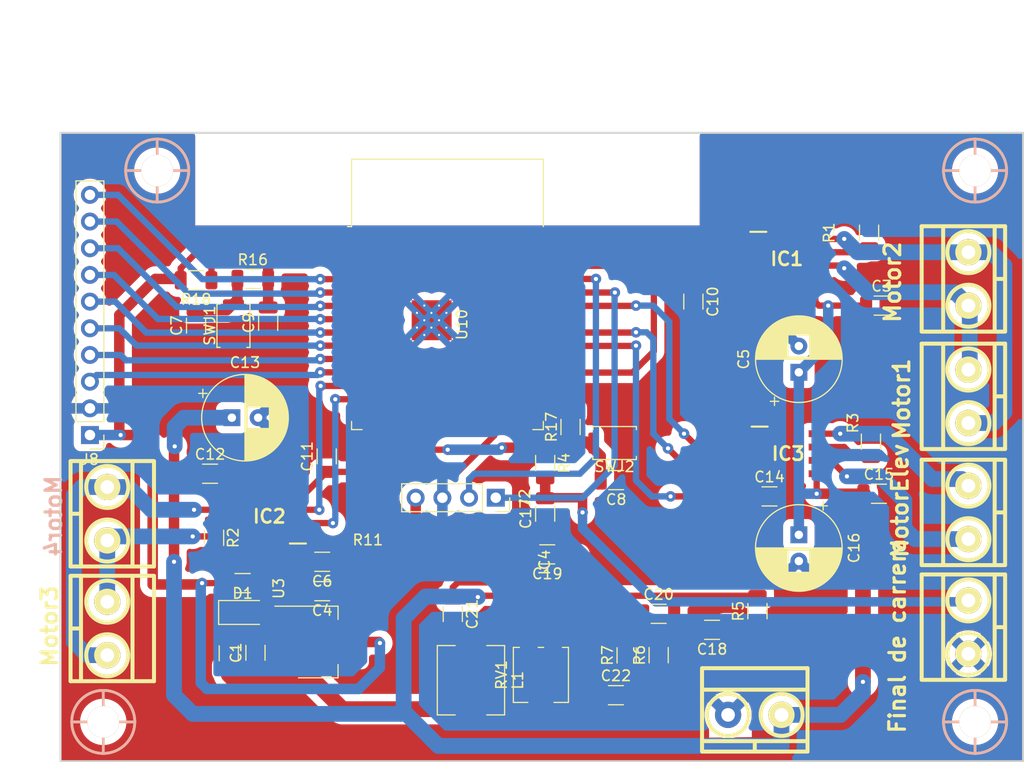
<source format=kicad_pcb>
(kicad_pcb (version 20221018) (generator pcbnew)
  (layers (0 "F.Cu" signal) (31 "B.Cu" signal) (34 "B.Paste" user) (35 "F.Paste" user) (36 "B.SilkS" user "B.Silkscreen") (37 "F.SilkS" user "F.Silkscreen") (38 "B.Mask" user) (39 "F.Mask" user) (44 "Edge.Cuts" user))
  (net 0 "")
  (net 1 "GND")
  (net 2 "/Vin")
  (net 3 "/3V3")
  (net 4 "Net-(SWJ1-B)")
  (net 5 "Net-(SWJ2-B)")
  (net 6 "/EN")
  (net 7 "Net-(J11-Pin_1)")
  (net 8 "Net-(D1-A)")
  (net 9 "/EnA")
  (net 10 "/EnB")
  (net 11 "/EN Elev")
  (net 12 "Net-(IC1-OUT2)")
  (net 13 "Net-(IC1-OUT1)")
  (net 14 "Net-(IC1-RS)")
  (net 15 "/IN3")
  (net 16 "/IN4")
  (net 17 "Net-(IC2-OUT1)")
  (net 18 "Net-(IC2-RS)")
  (net 19 "Net-(IC2-OUT2)")
  (net 20 "/IN5")
  (net 21 "/IN6")
  (net 22 "Net-(IC3-OUT1)")
  (net 23 "Net-(IC3-RS)")
  (net 24 "Net-(IC3-OUT2)")
  (net 25 "/RXD0")
  (net 26 "/TXD0")
  (net 27 "/Sen1")
  (net 28 "/Sen2")
  (net 29 "/Sen3")
  (net 30 "/Sen4")
  (net 31 "/Sen5")
  (net 32 "/Sen6")
  (net 33 "/Sen7")
  (net 34 "/FC")
  (net 35 "/BOOT")
  (net 36 "/IN2")
  (net 37 "/IN1")
  (net 48 "/Sen8")
  (net 51 "/5V")
  (net 52 "Net-(IC4-SS)")
  (net 53 "Net-(IC4-COMP)")
  (net 54 "Net-(C20-Pad2)")
  (net 55 "Net-(IC4-BS)")
  (net 56 "Net-(IC4-SW)")
  (net 57 "Net-(IC4-EN)")
  (net 58 "Net-(IC4-FB)")
  (footprint "Capacitor_SMD:C_1206_3216Metric" (layer "F.Cu") (at 135.4475 64.389 90)
    (fp_text reference "C9")
    (fp_text value "0.1u")
  )
  (footprint "EESTN5:hole_3mm" (layer "F.Cu") (at 119.761 102.362)
    (fp_text reference "hole_3mm" hide)
    (fp_text value "VAL**" hide)
  )
  (footprint "Resistor_SMD:R_1206_3216Metric" (layer "F.Cu") (at 192.6082 55.8038 90)
    (fp_text reference "R1")
    (fp_text value "0.22")
  )
  (footprint "Connector_PinHeader_2.54mm:PinHeader_1x10_P2.54mm_Vertical" (layer "F.Cu") (at 118.491 75.057 180)
    (fp_text reference "J8")
    (fp_text value "Screw_Terminal_01x10")
  )
  (footprint "Resistor_SMD:R_1206_3216Metric" (layer "F.Cu") (at 192.786 75.692 90)
    (fp_text reference "R3")
    (fp_text value "0.22")
  )
  (footprint "Resistor_SMD:R_1206_3216Metric" (layer "F.Cu") (at 164.211 74.295 90)
    (fp_text reference "R17")
    (fp_text value "100k")
  )
  (footprint "Capacitor_SMD:C_1206_3216Metric" (layer "F.Cu") (at 131.699 95.835 90)
    (fp_text reference "C2" hide)
    (fp_text value "0.1u")
  )
  (footprint "Capacitor_SMD:C_1206_3216Metric" (layer "F.Cu") (at 172.593 92.075)
    (fp_text reference "C20")
    (fp_text value "4.8n")
  )
  (footprint "EESTN5:BORNERA2_AZUL" (layer "F.Cu") (at 120.142 82.55 -90)
    (fp_text reference "J6" hide)
    (fp_text value "Motor4")
  )
  (footprint "EESTN5:BORNERA2_AZUL" (layer "F.Cu") (at 202.057 71.374 90)
    (fp_text reference "J4" hide)
    (fp_text value "Motor1")
  )
  (footprint "LibraryPERSONALES:SOIC127P600X170-9N" (layer "F.Cu") (at 135.5598 82.804 180)
    (fp_text reference "IC2")
    (fp_text value "TB67H450AFNG,EL" hide)
  )
  (footprint "Capacitor_SMD:C_1206_3216Metric" (layer "F.Cu") (at 193.548 80.645)
    (fp_text reference "C15")
    (fp_text value "0.1u")
  )
  (footprint "EESTN5:BORNERA2_AZUL" (layer "F.Cu") (at 202.057 82.423 90)
    (fp_text reference "J7" hide)
    (fp_text value "MotorElev")
  )
  (footprint "EESTN5:hole_3mm" (layer "F.Cu") (at 202.692 102.362)
    (fp_text reference "hole_3mm" hide)
    (fp_text value "VAL**" hide)
  )
  (footprint "Capacitor_SMD:C_1206_3216Metric" (layer "F.Cu") (at 161.9978 86.4176 180)
    (fp_text reference "C19")
    (fp_text value "0.1u")
  )
  (footprint "Resistor_SMD:R_1206_3216Metric" (layer "F.Cu") (at 130.302 84.836 -90)
    (fp_text reference "R2")
    (fp_text value "0.22")
  )
  (footprint "Button_Switch_SMD:SW_Push_SPST_NO_Alps_SKRK" (layer "F.Cu") (at 132.1455 64.643 90)
    (fp_text reference "SWJ1")
    (fp_text value "SW_MEC_5G")
  )
  (footprint "LibraryPERSONALES:SO8-TH" (layer "F.Cu") (at 160.4738 90.9896 -90)
    (fp_text reference "IC4")
    (fp_text value "MP2307")
  )
  (footprint "Resistor_SMD:R_1206_3216Metric" (layer "F.Cu") (at 161.798 77.724 -90)
    (fp_text reference "R4")
    (fp_text value "100k")
  )
  (footprint "Capacitor_SMD:C_1206_3216Metric" (layer "F.Cu") (at 175.895 62.357 -90)
    (fp_text reference "C10")
    (fp_text value "0.1u")
  )
  (footprint "Capacitor_SMD:C_1206_3216Metric" (layer "F.Cu") (at 134.239 95.786 90)
    (fp_text reference "C1")
    (fp_text value "10u")
  )
  (footprint "LibraryPERSONALES:SOIC127P600X170-9N" (layer "F.Cu") (at 184.785 58.293)
    (fp_text reference "IC1")
    (fp_text value "TB67H450AFNG,EL" hide)
  )
  (footprint "EESTN5:BORNERA2_AZUL" (layer "F.Cu") (at 202.057 60.198 90)
    (fp_text reference "J3" hide)
    (fp_text value "Motor2")
  )
  (footprint "Capacitor_SMD:C_1206_3216Metric" (layer "F.Cu") (at 168.529 99.822)
    (fp_text reference "C22")
    (fp_text value "12u")
  )
  (footprint "Capacitor_SMD:C_1206_3216Metric" (layer "F.Cu") (at 128.5895 64.643 90)
    (fp_text reference "C7")
    (fp_text value "0.1u")
  )
  (footprint "Capacitor_SMD:C_1206_3216Metric" (layer "F.Cu") (at 129.921 78.74)
    (fp_text reference "C12")
    (fp_text value "0.1u")
  )
  (footprint "EESTN5:BORNERA2_AZUL" (layer "F.Cu") (at 202.057 93.345 90)
    (fp_text reference "J11" hide)
    (fp_text value "Final de carrera")
  )
  (footprint "Resistor_SMD:R_1206_3216Metric" (layer "F.Cu") (at 172.593 96.012 90)
    (fp_text reference "R6")
    (fp_text value "8.2k")
  )
  (footprint "Inductor_SMD:L_6.3x6.3_H3" (layer "F.Cu") (at 154.7368 98.3996 -90)
    (fp_text reference "L1")
    (fp_text value "2u")
  )
  (footprint "Capacitor_SMD:C_1206_3216Metric" (layer "F.Cu") (at 183.134 80.899)
    (fp_text reference "C14")
    (fp_text value "0.1u" hide)
  )
  (footprint "Capacitor_SMD:C_1206_3216Metric" (layer "F.Cu") (at 140.589 89.916 180)
    (fp_text reference "C4")
    (fp_text value "0.1u")
  )
  (footprint "RF_Module:ESP32-WROOM-32D" (layer "F.Cu") (at 152.5 64.662)
    (fp_text reference "U10")
    (fp_text value "ESP32-WROOM-32")
  )
  (footprint "Resistor_SMD:R_1206_3216Metric" (layer "F.Cu") (at 133.985 60.198)
    (fp_text reference "R16")
    (fp_text value "100k")
  )
  (footprint "Capacitor_THT:CP_Radial_D8.0mm_P2.50mm" (layer "F.Cu") (at 185.928 84.5566 -90)
    (fp_text reference "C16")
    (fp_text value "100u")
  )
  (footprint "Capacitor_SMD:C_1206_3216Metric" (layer "F.Cu") (at 141.015 77.089 90)
    (fp_text reference "C11")
    (fp_text value "0.1u")
  )
  (footprint "Capacitor_SMD:C_1206_3216Metric" (layer "F.Cu") (at 168.5526 79.3496 180)
    (fp_text reference "C8")
    (fp_text value "0.1u")
  )
  (footprint "EESTN5:hole_3mm" (layer "F.Cu") (at 124.8918 49.8856)
    (fp_text reference "hole_3mm" hide)
    (fp_text value "VAL**" hide)
  )
  (footprint "Package_TO_SOT_SMD:SOT-223-3_TabPin2" (layer "F.Cu") (at 140.183 94.756)
    (fp_text reference "U3")
    (fp_text value "AMS1117-3.3")
  )
  (footprint "Resistor_SMD:R_1206_3216Metric" (layer "F.Cu") (at 133.018 89.154)
    (fp_text reference "R11")
    (fp_text value "5.1k")
  )
  (footprint "Resistor_SMD:R_1206_3216Metric" (layer "F.Cu") (at 169.545 96.0295 90)
    (fp_text reference "R7")
    (fp_text value "8.2k")
  )
  (footprint "EESTN5:hole_3mm" (layer "F.Cu") (at 202.692 49.8856)
    (fp_text reference "hole_3mm" hide)
    (fp_text value "VAL**" hide)
  )
  (footprint "Capacitor_THT:CP_Radial_D8.0mm_P2.50mm" (layer "F.Cu") (at 185.928 69.088 90)
    (fp_text reference "C5")
    (fp_text value "100u")
  )
  (footprint "LED_SMD:LED_1206_3216Metric" (layer "F.Cu") (at 133.018 91.948)
    (fp_text reference "D1")
    (fp_text value "LED")
  )
  (footprint "Capacitor_THT:CP_Radial_D8.0mm_P2.50mm" (layer "F.Cu") (at 131.993 73.406)
    (fp_text reference "C13")
    (fp_text value "100u")
  )
  (footprint "Capacitor_SMD:C_1206_3216Metric" (layer "F.Cu") (at 140.589 87.122 180)
    (fp_text reference "C6")
    (fp_text value "10u")
  )
  (footprint "EESTN5:BORNERA2_AZUL" (layer "F.Cu") (at 181.737 101.69525)
    (fp_text reference "J1" hide)
    (fp_text value "Alimentacion 12V" hide)
  )
  (footprint "Potentiometer_SMD:Potentiometer_Vishay_TS53YJ_Vertical" (layer "F.Cu") (at 161.3916 97.8916 90)
    (fp_text reference "RV1")
    (fp_text value "220k")
  )
  (footprint "Button_Switch_SMD:SW_Push_SPST_NO_Alps_SKRK" (layer "F.Cu") (at 168.402 75.819 180)
    (fp_text reference "SWJ2")
    (fp_text value "SW_MEC_5G")
  )
  (footprint "Capacitor_SMD:C_1206_3216Metric" (layer "F.Cu") (at 193.802 62.738)
    (fp_text reference "C3")
    (fp_text value "0.1u")
  )
  (footprint "Resistor_SMD:R_1206_3216Metric" (layer "F.Cu") (at 128.5895 60.325 180)
    (fp_text reference "R18")
    (fp_text value "10k")
  )
  (footprint "LibraryPERSONALES:SOIC127P600X170-9N" (layer "F.Cu") (at 184.912 76.835)
    (fp_text reference "IC3")
    (fp_text value "TB67H450AFNG,EL" hide)
  )
  (footprint "Resistor_SMD:R_1206_3216Metric" (layer "F.Cu") (at 181.991 91.821 90)
    (fp_text reference "R5")
    (fp_text value "100k")
  )
  (footprint "Capacitor_SMD:C_1206_3216Metric" (layer "F.Cu") (at 153.0096 92.0986 -90)
    (fp_text reference "C21")
    (fp_text value "10n")
  )
  (footprint "EESTN5:BORNERA2_AZUL" (layer "F.Cu") (at 120.142 93.472 -90)
    (fp_text reference "J5" hide)
    (fp_text value "Motor3")
  )
  (footprint "Capacitor_SMD:C_1206_3216Metric" (layer "F.Cu") (at 161.798 82.55 90)
    (fp_text reference "C17")
    (fp_text value "0.1u")
  )
  (footprint "Capacitor_SMD:C_1206_3216Metric" (layer "F.Cu") (at 177.673 93.599 180)
    (fp_text reference "C18")
    (fp_text value "12u")
  )
  (footprint "Connector_PinSocket_2.54mm:PinSocket_1x04_P2.54mm_Vertical" (layer "F.Cu") (at 157.099 81.026 -90)
    (fp_text reference "J2")
    (fp_text value "UART")
  )
  (gr_rect (start 115.697 46.2915) (end 207.264 106.1085) (stroke (width 0.2)) (fill none) (layer "Edge.Cuts"))
  (segment (start 187.624 80.645) (end 187.624 78.74) (width 0.6) (layer "F.Cu") (net 2))
  (segment (start 192.024 98.552) (end 192.024 93.345) (width 1.5) (layer "F.Cu") (net 2))
  (segment (start 187.624 80.645) (end 192.024 80.645) (width 1) (layer "F.Cu") (net 2))
  (segment (start 126.492 78.994) (end 126.492 87.122) (width 1) (layer "F.Cu") (net 2))
  (segment (start 192.024 93.345) (end 192.024 80.645) (width 1.5) (layer "F.Cu") (net 2))
  (segment (start 187.833 62.738) (end 187.497 62.402) (width 0.6) (layer "F.Cu") (net 2))
  (segment (start 181.991 93.2835) (end 182.0525 93.345) (width 1) (layer "F.Cu") (net 2))
  (segment (start 188.722 62.738) (end 192.327 62.738) (width 0.6) (layer "F.Cu") (net 2))
  (segment (start 126.492 76.2) (end 126.492 78.994) (width 1) (layer "F.Cu") (net 2))
  (segment (start 187.497 60.198) (end 187.37 60.198) (width 0.6) (layer "F.Cu") (net 2))
  (segment (start 187.497 62.402) (end 187.497 60.198) (width 0.6) (layer "F.Cu") (net 2))
  (segment (start 157.8738 90.3546) (end 155.5208 90.3546) (width 0.6) (layer "F.Cu") (net 2))
  (segment (start 179.148 93.599) (end 191.77 93.599) (width 1.5) (layer "F.Cu") (net 2))
  (segment (start 155.5208 90.3546) (end 155.3938 90.4816) (width 0.6) (layer "F.Cu") (net 2))
  (segment (start 128.192 78.994) (end 128.446 78.74) (width 1) (layer "F.Cu") (net 2))
  (segment (start 188.722 62.738) (end 187.833 62.738) (width 0.6) (layer "F.Cu") (net 2))
  (segment (start 128.446 79.502) (end 128.446 78.74) (width 0.6) (layer "F.Cu") (net 2))
  (segment (start 126.492 78.994) (end 128.192 78.994) (width 1) (layer "F.Cu") (net 2))
  (segment (start 132.8478 80.899) (end 132.5938 80.645) (width 0.6) (layer "F.Cu") (net 2))
  (segment (start 132.5938 80.645) (end 129.589 80.645) (width 0.6) (layer "F.Cu") (net 2))
  (segment (start 129.589 80.645) (end 128.446 79.502) (width 0.6) (layer "F.Cu") (net 2))
  (via (at 192.024 98.552) (size 1) (drill 0.4) (layers "F.Cu" "B.Cu") (net 2))
  (via (at 155.3938 90.4816) (size 1) (drill 0.4) (layers "F.Cu" "B.Cu") (net 2))
  (via (at 187.624 80.645) (size 1) (drill 0.4) (layers "F.Cu" "B.Cu") (net 2))
  (via (at 126.5555 76.1365) (size 1) (drill 0.4) (layers "F.Cu" "B.Cu") (net 2))
  (via (at 126.492 87.122) (size 1) (drill 0.4) (layers "F.Cu" "B.Cu") (net 2))
  (via (at 188.722 62.738) (size 1) (drill 0.4) (layers "F.Cu" "B.Cu") (net 2))
  (segment (start 126.5555 74.2765) (end 127.426 73.406) (width 1.5) (layer "B.Cu") (net 2))
  (segment (start 184.277 101.69525) (end 184.277 104.648) (width 1.5) (layer "B.Cu") (net 2))
  (segment (start 188.722 62.738) (end 188.722 66.294) (width 1) (layer "B.Cu") (net 2))
  (segment (start 151.638 104.648) (end 148.336 101.346) (width 1.5) (layer "B.Cu") (net 2))
  (segment (start 192.024 98.552) (end 192.024 99.568) (width 1.5) (layer "B.Cu") (net 2))
  (segment (start 127.426 73.406) (end 131.993 73.406) (width 1.5) (layer "B.Cu") (net 2))
  (segment (start 192.024 99.568) (end 189.89675 101.69525) (width 1.5) (layer "B.Cu") (net 2))
  (segment (start 184.277 104.648) (end 151.638 104.648) (width 1.5) (layer "B.Cu") (net 2))
  (segment (start 187.624 80.645) (end 186.182 80.645) (width 1) (layer "B.Cu") (net 2))
  (segment (start 126.5555 76.1365) (end 126.5555 74.2765) (width 1.5) (layer "B.Cu") (net 2))
  (segment (start 189.89675 101.69525) (end 184.277 101.69525) (width 1.5) (layer "B.Cu") (net 2))
  (segment (start 150.412 90.4308) (end 155.343 90.4308) (width 1.5) (layer "B.Cu") (net 2))
  (segment (start 150.412 90.4308) (end 148.336 92.5068) (width 1.5) (layer "B.Cu") (net 2))
  (segment (start 128.27 101.6) (end 148.082 101.6) (width 1.5) (layer "B.Cu") (net 2))
  (segment (start 148.336 92.5068) (end 148.336 101.346) (width 1.5) (layer "B.Cu") (net 2))
  (segment (start 185.928 84.5566) (end 185.928 69.088) (width 1) (layer "B.Cu") (net 2))
  (segment (start 155.343 90.4308) (end 155.3938 90.4816) (width 1.5) (layer "B.Cu") (net 2))
  (segment (start 148.082 101.6) (end 148.336 101.346) (width 1.5) (layer "B.Cu") (net 2))
  (segment (start 126.492 99.822) (end 128.27 101.6) (width 1.5) (layer "B.Cu") (net 2))
  (segment (start 126.492 87.122) (end 126.492 99.822) (width 1.5) (layer "B.Cu") (net 2))
  (segment (start 188.722 66.294) (end 185.928 69.088) (width 1) (layer "B.Cu") (net 2))
  (segment (start 185.8518 69.1642) (end 185.928 69.088) (width 1) (layer "B.Cu") (net 2))
  (segment (start 127.127 60.325) (end 127.127 59.182) (width 0.6) (layer "F.Cu") (net 3))
  (segment (start 137.033 94.756) (end 143.333 94.756) (width 1) (layer "F.Cu") (net 3))
  (segment (start 128.627 57.682) (end 143.75 57.682) (width 0.6) (layer "F.Cu") (net 3))
  (segment (start 124.714 60.198) (end 127 60.198) (width 1) (layer "F.Cu") (net 3))
  (segment (start 127.127 59.182) (end 128.627 57.682) (width 0.6) (layer "F.Cu") (net 3))
  (segment (start 149.479 84.963) (end 147.32 87.122) (width 1) (layer "F.Cu") (net 3))
  (segment (start 124.46 76.073) (end 124.46 89.281) (width 1) (layer "F.Cu") (net 3))
  (segment (start 123.444 75.057) (end 124.46 76.073) (width 1) (layer "F.Cu") (net 3))
  (segment (start 121.285 63.627) (end 124.714 60.198) (width 1) (layer "F.Cu") (net 3))
  (segment (start 121.412 75.057) (end 123.444 75.057) (width 1) (layer "F.Cu") (net 3))
  (segment (start 143.333 94.756) (end 145.9742 94.756) (width 1) (layer "F.Cu") (net 3))
  (segment (start 147.32 87.122) (end 142.064 87.122) (width 1) (layer "F.Cu") (net 3))
  (segment (start 129.159 89.154) (end 131.5555 89.154) (width 0.6) (layer "F.Cu") (net 3))
  (segment (start 143.333 94.756) (end 143.333 91.185) (width 1) (layer "F.Cu") (net 3))
  (segment (start 121.412 75.057) (end 121.285 74.93) (width 1) (layer "F.Cu") (net 3))
  (segment (start 145.9742 94.756) (end 146.0758 94.8576) (width 1) (layer "F.Cu") (net 3))
  (segment (start 143.333 91.185) (end 142.064 89.916) (width 1) (layer "F.Cu") (net 3))
  (segment (start 149.479 81.026) (end 149.479 84.963) (width 1) (layer "F.Cu") (net 3))
  (segment (start 127 60.198) (end 127.127 60.325) (width 0.6) (layer "F.Cu") (net 3))
  (segment (start 129.032 89.281) (end 129.159 89.154) (width 1) (layer "F.Cu") (net 3))
  (segment (start 124.46 89.281) (end 129.032 89.281) (width 1) (layer "F.Cu") (net 3))
  (segment (start 121.285 74.93) (end 121.285 63.627) (width 1) (layer "F.Cu") (net 3))
  (segment (start 142.064 87.122) (end 142.064 89.916) (width 0.6) (layer "F.Cu") (net 3))
  (via (at 129.159 89.154) (size 1) (drill 0.4) (layers "F.Cu" "B.Cu") (net 3))
  (via (at 121.412 75.057) (size 1) (drill 0.4) (layers "F.Cu" "B.Cu") (net 3))
  (via (at 146.0758 94.8576) (size 1) (drill 0.4) (layers "F.Cu" "B.Cu") (net 3))
  (segment (start 144.0438 99.2264) (end 146.0758 97.1944) (width 1) (layer "B.Cu") (net 3))
  (segment (start 129.032 98.6418) (end 129.6166 99.2264) (width 1) (layer "B.Cu") (net 3))
  (segment (start 146.0758 97.1944) (end 146.0758 94.8576) (width 1) (layer "B.Cu") (net 3))
  (segment (start 121.412 75.057) (end 118.491 75.057) (width 1) (layer "B.Cu") (net 3))
  (segment (start 129.032 89.281) (end 129.032 98.6418) (width 1) (layer "B.Cu") (net 3))
  (segment (start 129.6166 99.2264) (end 144.0438 99.2264) (width 1) (layer "B.Cu") (net 3))
  (segment (start 129.159 89.154) (end 129.032 89.281) (width 1) (layer "B.Cu") (net 3))
  (segment (start 132.5225 60.198) (end 132.5225 62.166) (width 1) (layer "F.Cu") (net 4))
  (segment (start 128.5895 63.168) (end 131.5205 63.168) (width 1) (layer "F.Cu") (net 4))
  (segment (start 131.5205 63.168) (end 132.1455 62.543) (width 1) (layer "F.Cu") (net 4))
  (segment (start 132.5225 62.166) (end 132.1455 62.543) (width 1) (layer "F.Cu") (net 4))
  (segment (start 164.1856 75.7321) (end 164.2257 75.692) (width 1) (layer "F.Cu") (net 5))
  (segment (start 165.726 75.692) (end 167.0776 77.0436) (width 1) (layer "F.Cu") (net 5))
  (segment (start 167.0776 77.0436) (end 167.0776 79.3496) (width 1) (layer "F.Cu") (net 5))
  (segment (start 164.2257 75.692) (end 165.726 75.692) (width 1) (layer "F.Cu") (net 5))
  (segment (start 135.4475 60.198) (end 135.4475 58.8625) (width 1) (layer "F.Cu") (net 6))
  (segment (start 130.052 59.059) (end 130.052 60.325) (width 0.6) (layer "F.Cu") (net 6))
  (segment (start 143.75 58.952) (end 143.472 58.674) (width 0.6) (layer "F.Cu") (net 6))
  (segment (start 135.636 58.674) (end 135.128 58.674) (width 0.6) (layer "F.Cu") (net 6))
  (segment (start 130.429 58.674) (end 130.048 59.055) (width 0.6) (layer "F.Cu") (net 6))
  (segment (start 143.472 58.674) (end 136.783 58.674) (width 0.6) (layer "F.Cu") (net 6))
  (segment (start 136.783 58.674) (end 135.636 58.674) (width 0.6) (layer "F.Cu") (net 6))
  (segment (start 135.4475 62.914) (end 135.4475 60.198) (width 1) (layer "F.Cu") (net 6))
  (segment (start 135.128 58.674) (end 130.429 58.674) (width 0.6) (layer "F.Cu") (net 6))
  (segment (start 130.048 59.055) (end 130.052 59.059) (width 0.6) (layer "F.Cu") (net 6))
  (segment (start 161.798 79.1865) (end 161.798 81.075) (width 1) (layer "F.Cu") (net 7))
  (segment (start 161.847 81.026) (end 161.798 81.075) (width 0.9) (layer "F.Cu") (net 7))
  (segment (start 165.354 81.026) (end 161.847 81.026) (width 0.9) (layer "F.Cu") (net 7))
  (segment (start 165.354 82.423) (end 165.354 81.026) (width 0.9) (layer "F.Cu") (net 7))
  (via (at 165.354 82.423) (size 1) (drill 0.4) (layers "F.Cu" "B.Cu") (net 7))
  (segment (start 172.339 90.932) (end 201.93 90.932) (width 0.9) (layer "B.Cu") (net 7))
  (segment (start 165.354 82.423) (end 165.354 83.947) (width 0.9) (layer "B.Cu") (net 7))
  (segment (start 201.93 90.932) (end 202.057 90.805) (width 0.9) (layer "B.Cu") (net 7))
  (segment (start 165.354 83.947) (end 172.339 90.932) (width 0.9) (layer "B.Cu") (net 7))
  (segment (start 134.418 91.948) (end 134.418 89.2165) (width 1) (layer "F.Cu") (net 8))
  (segment (start 134.418 89.2165) (end 134.4805 89.154) (width 1) (layer "F.Cu") (net 8))
  (segment (start 172.1358 67.0814) (end 172.1358 61.1632) (width 0.6) (layer "F.Cu") (net 9))
  (segment (start 173.101 60.198) (end 182.073 60.198) (width 0.6) (layer "F.Cu") (net 9))
  (segment (start 161.25 69.112) (end 170.1052 69.112) (width 0.6) (layer "F.Cu") (net 9))
  (segment (start 170.1052 69.112) (end 172.1358 67.0814) (width 0.6) (layer "F.Cu") (net 9))
  (segment (start 172.1358 61.1632) (end 173.101 60.198) (width 0.6) (layer "F.Cu") (net 9))
  (segment (start 153.488 78.564) (end 156.95 75.102) (width 0.6) (layer "F.Cu") (net 10))
  (segment (start 156.95 75.102) (end 156.95 74.172) (width 0.6) (layer "F.Cu") (net 10))
  (segment (start 141.015 78.564) (end 153.488 78.564) (width 0.6) (layer "F.Cu") (net 10))
  (segment (start 138.2718 80.899) (end 138.68 80.899) (width 0.6) (layer "F.Cu") (net 10))
  (segment (start 138.68 80.899) (end 141.015 78.564) (width 0.6) (layer "F.Cu") (net 10))
  (segment (start 170.41 66.572) (end 161.25 66.572) (width 0.6) (layer "F.Cu") (net 11))
  (segment (start 180.467 78.74) (end 180.467 80.645) (width 0.6) (layer "F.Cu") (net 11))
  (segment (start 170.434 66.548) (end 170.41 66.572) (width 0.6) (layer "F.Cu") (net 11))
  (segment (start 180.721 80.899) (end 181.659 80.899) (width 0.6) (layer "F.Cu") (net 11))
  (segment (start 173.7255 80.899) (end 181.659 80.899) (width 0.6) (layer "F.Cu") (net 11))
  (segment (start 180.467 80.645) (end 180.721 80.899) (width 0.6) (layer "F.Cu") (net 11))
  (segment (start 182.2 78.74) (end 180.467 78.74) (width 0.6) (layer "F.Cu") (net 11))
  (via (at 173.7255 80.899) (size 1) (drill 0.4) (layers "F.Cu" "B.Cu") (net 11))
  (via (at 170.434 66.548) (size 1) (drill 0.4) (layers "F.Cu" "B.Cu") (net 11))
  (segment (start 170.434 79.375) (end 170.434 66.548) (width 0.6) (layer "B.Cu") (net 11))
  (segment (start 173.7255 80.899) (end 171.958 80.899) (width 0.6) (layer "B.Cu") (net 11))
  (segment (start 171.958 80.899) (end 170.434 79.375) (width 0.6) (layer "B.Cu") (net 11))
  (segment (start 190.246 56.388) (end 187.497 56.388) (width 0.6) (layer "F.Cu") (net 12))
  (via (at 190.246 56.388) (size 1) (drill 0.4) (layers "F.Cu" "B.Cu") (net 12))
  (segment (start 204.216 57.658) (end 202.057 57.658) (width 1.5) (layer "B.Cu") (net 12))
  (segment (start 202.057 57.658) (end 191.516 57.658) (width 1.5) (layer "B.Cu") (net 12))
  (segment (start 204.47 73.914) (end 205.486 72.898) (width 1.5) (layer "B.Cu") (net 12))
  (segment (start 205.486 58.928) (end 204.216 57.658) (width 1.5) (layer "B.Cu") (net 12))
  (segment (start 202.057 73.914) (end 204.47 73.914) (width 1.5) (layer "B.Cu") (net 12))
  (segment (start 191.516 57.658) (end 190.246 56.388) (width 1.5) (layer "B.Cu") (net 12))
  (segment (start 205.486 72.898) (end 205.486 58.928) (width 1.5) (layer "B.Cu") (net 12))
  (segment (start 190.246 59.182) (end 189.992 58.928) (width 0.6) (layer "F.Cu") (net 13))
  (segment (start 189.992 58.928) (end 187.497 58.928) (width 0.6) (layer "F.Cu") (net 13))
  (via (at 190.246 59.182) (size 1) (drill 0.4) (layers "F.Cu" "B.Cu") (net 13))
  (segment (start 202.184 62.865) (end 202.057 62.738) (width 1.5) (layer "B.Cu") (net 13))
  (segment (start 192.532 61.468) (end 200.787 61.468) (width 1.5) (layer "B.Cu") (net 13))
  (segment (start 200.787 61.468) (end 202.057 62.738) (width 1.5) (layer "B.Cu") (net 13))
  (segment (start 202.057 68.834) (end 202.184 68.707) (width 1.5) (layer "B.Cu") (net 13))
  (segment (start 190.246 59.182) (end 192.532 61.468) (width 1.5) (layer "B.Cu") (net 13))
  (segment (start 202.184 68.707) (end 202.184 62.865) (width 1.5) (layer "B.Cu") (net 13))
  (segment (start 192.2165 57.658) (end 192.6082 57.2663) (width 0.6) (layer "F.Cu") (net 14))
  (segment (start 187.497 57.658) (end 192.2165 57.658) (width 0.6) (layer "F.Cu") (net 14))
  (segment (start 141.605 83.439) (end 138.2718 83.439) (width 0.6) (layer "F.Cu") (net 15))
  (segment (start 141.8336 71.652) (end 143.75 71.652) (width 0.6) (layer "F.Cu") (net 15))
  (via (at 141.8336 71.652) (size 1) (drill 0.4) (layers "F.Cu" "B.Cu") (net 15))
  (via (at 141.605 83.439) (size 1) (drill 0.4) (layers "F.Cu" "B.Cu") (net 15))
  (segment (start 141.8336 83.2104) (end 141.8336 71.652) (width 0.6) (layer "B.Cu") (net 15))
  (segment (start 141.605 83.439) (end 141.8336 83.2104) (width 0.6) (layer "B.Cu") (net 15))
  (segment (start 140.3096 82.169) (end 138.2718 82.169) (width 0.6) (layer "F.Cu") (net 16))
  (segment (start 140.438 70.382) (end 143.75 70.382) (width 0.6) (layer "F.Cu") (net 16))
  (via (at 140.3096 82.169) (size 1) (drill 0.4) (layers "F.Cu" "B.Cu") (net 16))
  (via (at 140.438 70.382) (size 1) (drill 0.4) (layers "F.Cu" "B.Cu") (net 16))
  (segment (start 140.438 70.382) (end 140.3096 70.5104) (width 0.6) (layer "B.Cu") (net 16))
  (segment (start 140.3096 70.5104) (end 140.3096 82.169) (width 0.6) (layer "B.Cu") (net 16))
  (segment (start 132.8478 82.169) (end 128.397 82.169) (width 0.6) (layer "F.Cu") (net 17))
  (via (at 128.397 82.169) (size 1) (drill 0.4) (layers "F.Cu" "B.Cu") (net 17))
  (segment (start 120.142 80.01) (end 122.174 80.01) (width 1.5) (layer "B.Cu") (net 17))
  (segment (start 116.967 94.742) (end 116.967 80.772) (width 1.5) (layer "B.Cu") (net 17))
  (segment (start 116.967 80.772) (end 117.729 80.01) (width 1.5) (layer "B.Cu") (net 17))
  (segment (start 120.142 96.012) (end 118.237 96.012) (width 1.5) (layer "B.Cu") (net 17))
  (segment (start 118.237 96.012) (end 116.967 94.742) (width 1.5) (layer "B.Cu") (net 17))
  (segment (start 124.333 82.169) (end 128.397 82.169) (width 1.5) (layer "B.Cu") (net 17))
  (segment (start 117.729 80.01) (end 120.142 80.01) (width 1.5) (layer "B.Cu") (net 17))
  (segment (start 122.174 80.01) (end 124.333 82.169) (width 1.5) (layer "B.Cu") (net 17))
  (segment (start 130.3675 83.439) (end 130.302 83.3735) (width 0.6) (layer "F.Cu") (net 18))
  (segment (start 132.8478 83.439) (end 130.3675 83.439) (width 0.6) (layer "F.Cu") (net 18))
  (segment (start 132.8478 84.709) (end 128.27 84.709) (width 0.6) (layer "F.Cu") (net 19))
  (via (at 128.27 84.709) (size 1) (drill 0.4) (layers "F.Cu" "B.Cu") (net 19))
  (segment (start 120.142 85.09) (end 120.142 90.932) (width 1.5) (layer "B.Cu") (net 19))
  (segment (start 120.523 84.709) (end 120.142 85.09) (width 1.5) (layer "B.Cu") (net 19))
  (segment (start 128.27 84.709) (end 120.523 84.709) (width 1.5) (layer "B.Cu") (net 19))
  (segment (start 170.434 62.738) (end 170.41 62.762) (width 0.6) (layer "F.Cu") (net 20))
  (segment (start 176.276 76.2) (end 182.2 76.2) (width 0.6) (layer "F.Cu") (net 20))
  (segment (start 175.006 74.93) (end 176.276 76.2) (width 0.6) (layer "F.Cu") (net 20))
  (segment (start 170.41 62.762) (end 161.25 62.762) (width 0.6) (layer "F.Cu") (net 20))
  (via (at 170.434 62.738) (size 1) (drill 0.4) (layers "F.Cu" "B.Cu") (net 20))
  (via (at 175.006 74.93) (size 1) (drill 0.4) (layers "F.Cu" "B.Cu") (net 20))
  (segment (start 173.609 73.533) (end 173.609 64.2874) (width 0.6) (layer "B.Cu") (net 20))
  (segment (start 173.609 64.2874) (end 172.0596 62.738) (width 0.6) (layer "B.Cu") (net 20))
  (segment (start 172.0596 62.738) (end 170.434 62.738) (width 0.6) (layer "B.Cu") (net 20))
  (segment (start 175.006 74.93) (end 173.609 73.533) (width 0.6) (layer "B.Cu") (net 20))
  (segment (start 173.482 76.327) (end 174.625 77.47) (width 0.6) (layer "F.Cu") (net 21))
  (segment (start 170.41 65.302) (end 161.25 65.302) (width 0.6) (layer "F.Cu") (net 21))
  (segment (start 174.625 77.47) (end 182.2 77.47) (width 0.6) (layer "F.Cu") (net 21))
  (segment (start 170.434 65.278) (end 170.41 65.302) (width 0.6) (layer "F.Cu") (net 21))
  (via (at 170.434 65.278) (size 1) (drill 0.4) (layers "F.Cu" "B.Cu") (net 21))
  (via (at 173.482 76.327) (size 1) (drill 0.4) (layers "F.Cu" "B.Cu") (net 21))
  (segment (start 171.45 65.278) (end 170.434 65.278) (width 0.6) (layer "B.Cu") (net 21))
  (segment (start 172.085 74.93) (end 172.085 65.913) (width 0.6) (layer "B.Cu") (net 21))
  (segment (start 172.085 65.913) (end 171.45 65.278) (width 0.6) (layer "B.Cu") (net 21))
  (segment (start 173.482 76.327) (end 172.085 74.93) (width 0.6) (layer "B.Cu") (net 21))
  (segment (start 188.976 77.47) (end 187.624 77.47) (width 0.6) (layer "F.Cu") (net 22))
  (segment (start 190.5 78.994) (end 188.976 77.47) (width 0.6) (layer "F.Cu") (net 22))
  (via (at 190.5 78.994) (size 1) (drill 0.4) (layers "F.Cu" "B.Cu") (net 22))
  (segment (start 193.675 78.994) (end 195.961 81.28) (width 1.5) (layer "B.Cu") (net 22))
  (segment (start 190.5 78.994) (end 193.675 78.994) (width 1.5) (layer "B.Cu") (net 22))
  (segment (start 195.961 83.947) (end 196.977 84.963) (width 1.5) (layer "B.Cu") (net 22))
  (segment (start 196.977 84.963) (end 202.057 84.963) (width 1.5) (layer "B.Cu") (net 22))
  (segment (start 195.961 81.28) (end 195.961 83.947) (width 1.5) (layer "B.Cu") (net 22))
  (segment (start 190.246 76.2) (end 191.2005 77.1545) (width 0.6) (layer "F.Cu") (net 23))
  (segment (start 187.624 76.2) (end 190.246 76.2) (width 0.6) (layer "F.Cu") (net 23))
  (segment (start 191.2005 77.1545) (end 192.786 77.1545) (width 0.6) (layer "F.Cu") (net 23))
  (segment (start 189.865 74.93) (end 187.624 74.93) (width 0.6) (layer "F.Cu") (net 24))
  (via (at 189.865 74.93) (size 1) (drill 0.4) (layers "F.Cu" "B.Cu") (net 24))
  (segment (start 198.628 79.248) (end 194.31 74.93) (width 1.5) (layer "B.Cu") (net 24))
  (segment (start 202.057 79.883) (end 201.422 79.248) (width 1.5) (layer "B.Cu") (net 24))
  (segment (start 194.31 74.93) (end 189.865 74.93) (width 1.5) (layer "B.Cu") (net 24))
  (segment (start 201.422 79.248) (end 198.628 79.248) (width 1.5) (layer "B.Cu") (net 24))
  (segment (start 168.426 61.492) (end 161.25 61.492) (width 0.6) (layer "F.Cu") (net 25))
  (via (at 168.426 61.492) (size 1) (drill 0.4) (layers "F.Cu" "B.Cu") (net 25))
  (segment (start 168.402 77.978) (end 165.354 81.026) (width 0.6) (layer "B.Cu") (net 25))
  (segment (start 168.426 61.492) (end 168.402 61.516) (width 0.6) (layer "B.Cu") (net 25))
  (segment (start 165.354 81.026) (end 157.099 81.026) (width 0.6) (layer "B.Cu") (net 25))
  (segment (start 168.402 61.516) (end 168.402 77.978) (width 0.6) (layer "B.Cu") (net 25))
  (segment (start 166.624 60.198) (end 161.274 60.198) (width 0.6) (layer "F.Cu") (net 26))
  (segment (start 161.274 60.198) (end 161.25 60.222) (width 0.6) (layer "F.Cu") (net 26))
  (via (at 166.624 60.198) (size 1) (drill 0.4) (layers "F.Cu" "B.Cu") (net 26))
  (segment (start 165.862 77.978) (end 166.624 77.216) (width 0.6) (layer "B.Cu") (net 26))
  (segment (start 154.559 81.026) (end 154.559 79.248) (width 0.6) (layer "B.Cu") (net 26))
  (segment (start 155.067 78.74) (end 165.1 78.74) (width 0.6) (layer "B.Cu") (net 26))
  (segment (start 166.624 77.216) (end 166.624 60.198) (width 0.6) (layer "B.Cu") (net 26))
  (segment (start 154.559 79.248) (end 155.067 78.74) (width 0.6) (layer "B.Cu") (net 26))
  (segment (start 165.1 78.74) (end 165.862 77.978) (width 0.6) (layer "B.Cu") (net 26))
  (segment (start 140.3995 69.088) (end 143.726 69.088) (width 0.6) (layer "F.Cu") (net 27))
  (segment (start 143.726 69.088) (end 143.75 69.112) (width 0.6) (layer "F.Cu") (net 27))
  (via (at 140.3995 69.088) (size 1) (drill 0.4) (layers "F.Cu" "B.Cu") (net 27))
  (segment (start 119.126 69.342) (end 118.491 69.977) (width 0.6) (layer "B.Cu") (net 27))
  (segment (start 140.1455 69.342) (end 119.126 69.342) (width 0.6) (layer "B.Cu") (net 27))
  (segment (start 140.3995 69.088) (end 140.1455 69.342) (width 0.6) (layer "B.Cu") (net 27))
  (segment (start 143.726 67.818) (end 143.75 67.842) (width 0.6) (layer "F.Cu") (net 28))
  (segment (start 140.3995 67.818) (end 143.726 67.818) (width 0.6) (layer "F.Cu") (net 28))
  (via (at 140.3995 67.818) (size 1) (drill 0.4) (layers "F.Cu" "B.Cu") (net 28))
  (segment (start 121.412 67.437) (end 118.491 67.437) (width 0.6) (layer "B.Cu") (net 28))
  (segment (start 121.92 67.945) (end 121.412 67.437) (width 0.6) (layer "B.Cu") (net 28))
  (segment (start 140.2725 67.945) (end 121.92 67.945) (width 0.6) (layer "B.Cu") (net 28))
  (segment (start 140.3995 67.818) (end 140.2725 67.945) (width 0.6) (layer "B.Cu") (net 28))
  (segment (start 143.726 66.548) (end 143.75 66.572) (width 0.6) (layer "F.Cu") (net 29))
  (segment (start 140.3995 66.548) (end 143.726 66.548) (width 0.6) (layer "F.Cu") (net 29))
  (via (at 140.3995 66.548) (size 1) (drill 0.4) (layers "F.Cu" "B.Cu") (net 29))
  (segment (start 118.491 64.897) (end 121.285 64.897) (width 0.6) (layer "B.Cu") (net 29))
  (segment (start 122.936 66.548) (end 140.3995 66.548) (width 0.6) (layer "B.Cu") (net 29))
  (segment (start 121.285 64.897) (end 122.936 66.548) (width 0.6) (layer "B.Cu") (net 29))
  (segment (start 140.3995 65.302) (end 143.75 65.302) (width 0.6) (layer "F.Cu") (net 30))
  (via (at 140.3995 65.302) (size 1) (drill 0.4) (layers "F.Cu" "B.Cu") (net 30))
  (segment (start 118.491 62.357) (end 120.904 62.357) (width 0.6) (layer "B.Cu") (net 30))
  (segment (start 123.849 65.302) (end 140.3995 65.302) (width 0.6) (layer "B.Cu") (net 30))
  (segment (start 120.904 62.357) (end 123.849 65.302) (width 0.6) (layer "B.Cu") (net 30))
  (segment (start 140.3995 64.032) (end 143.75 64.032) (width 0.6) (layer "F.Cu") (net 31))
  (via (at 140.3995 64.032) (size 1) (drill 0.4) (layers "F.Cu" "B.Cu") (net 31))
  (segment (start 140.3755 64.008) (end 140.3995 64.032) (width 0.6) (layer "B.Cu") (net 31))
  (segment (start 124.968 64.008) (end 140.3755 64.008) (width 0.6) (layer "B.Cu") (net 31))
  (segment (start 120.777 59.817) (end 124.968 64.008) (width 0.6) (layer "B.Cu") (net 31))
  (segment (start 118.491 59.817) (end 120.777 59.817) (width 0.6) (layer "B.Cu") (net 31))
  (segment (start 140.3995 62.762) (end 143.75 62.762) (width 0.6) (layer "F.Cu") (net 32))
  (via (at 140.3995 62.762) (size 1) (drill 0.4) (layers "F.Cu" "B.Cu") (net 32))
  (segment (start 140.2965 62.865) (end 140.3995 62.762) (width 0.6) (layer "B.Cu") (net 32))
  (segment (start 121.158 57.277) (end 126.746 62.865) (width 0.6) (layer "B.Cu") (net 32))
  (segment (start 126.746 62.865) (end 140.2965 62.865) (width 0.6) (layer "B.Cu") (net 32))
  (segment (start 118.491 57.277) (end 121.158 57.277) (width 0.6) (layer "B.Cu") (net 32))
  (segment (start 140.3995 61.492) (end 143.75 61.492) (width 0.6) (layer "F.Cu") (net 33))
  (via (at 140.3995 61.492) (size 1) (drill 0.4) (layers "F.Cu" "B.Cu") (net 33))
  (segment (start 121.031 54.737) (end 127.889 61.595) (width 0.6) (layer "B.Cu") (net 33))
  (segment (start 127.889 61.595) (end 140.2965 61.595) (width 0.6) (layer "B.Cu") (net 33))
  (segment (start 118.491 54.737) (end 121.031 54.737) (width 0.6) (layer "B.Cu") (net 33))
  (segment (start 140.2965 61.595) (end 140.3995 61.492) (width 0.6) (layer "B.Cu") (net 33))
  (segment (start 157.6725 76.2615) (end 161.798 76.2615) (width 1) (layer "F.Cu") (net 34))
  (segment (start 148.06 75.289) (end 148.717 75.946) (width 0.6) (layer "F.Cu") (net 34))
  (segment (start 148.06 74.172) (end 148.06 75.289) (width 0.6) (layer "F.Cu") (net 34))
  (segment (start 148.717 75.946) (end 149.225 76.454) (width 0.6) (layer "F.Cu") (net 34))
  (segment (start 149.225 76.454) (end 152.527 76.454) (width 0.6) (layer "F.Cu") (net 34))
  (via (at 157.6725 76.2615) (size 1) (drill 0.4) (layers "F.Cu" "B.Cu") (net 34))
  (via (at 152.527 76.454) (size 1) (drill 0.4) (layers "F.Cu" "B.Cu") (net 34))
  (segment (start 152.527 76.454) (end 157.48 76.454) (width 1) (layer "B.Cu") (net 34))
  (segment (start 157.48 76.454) (end 157.6725 76.2615) (width 0.6) (layer "B.Cu") (net 34))
  (segment (start 164.1215 72.922) (end 164.211 72.8325) (width 0.6) (layer "F.Cu") (net 35))
  (segment (start 161.25 72.922) (end 164.1215 72.922) (width 0.6) (layer "F.Cu") (net 35))
  (segment (start 161.25 57.682) (end 182.049 57.682) (width 0.6) (layer "F.Cu") (net 36))
  (segment (start 182.049 57.682) (end 182.073 57.658) (width 0.6) (layer "F.Cu") (net 36))
  (segment (start 161.25 58.952) (end 182.049 58.952) (width 0.6) (layer "F.Cu") (net 37))
  (segment (start 182.049 58.952) (end 182.073 58.928) (width 0.6) (layer "F.Cu") (net 37))
  (segment (start 140.3995 60.222) (end 143.75 60.222) (width 0.6) (layer "F.Cu") (net 48))
  (via (at 140.3995 60.222) (size 1) (drill 0.4) (layers "F.Cu" "B.Cu") (net 48))
  (segment (start 121.158 52.197) (end 129.183 60.222) (width 0.6) (layer "B.Cu") (net 48))
  (segment (start 129.183 60.222) (end 140.3995 60.222) (width 0.6) (layer "B.Cu") (net 48))
  (segment (start 118.491 52.197) (end 121.158 52.197) (width 0.6) (layer "B.Cu") (net 48))
  (segment (start 166.9524 99.9236) (end 167.054 99.822) (width 1) (layer "F.Cu") (net 51))
  (segment (start 131.953 98.1202) (end 139.4968 98.1202) (width 1.5) (layer "F.Cu") (net 51))
  (segment (start 160.1908 95.9236) (end 160.1908 99.8544) (width 1) (layer "F.Cu") (net 51))
  (segment (start 158.2928 99.9236) (end 161.3408 99.9236) (width 1.5) (layer "F.Cu") (net 51))
  (segment (start 154.7368 101.1496) (end 157.0668 101.1496) (width 1.5) (layer "F.Cu") (net 51))
  (segment (start 131.699 97.8662) (end 131.953 98.1202) (width 1.5) (layer "F.Cu") (net 51))
  (segment (start 139.4968 98.1202) (end 142.5262 101.1496) (width 1.5) (layer "F.Cu") (net 51))
  (segment (start 161.3408 99.9236) (end 166.9524 99.9236) (width 1) (layer "F.Cu") (net 51))
  (segment (start 142.5262 101.1496) (end 154.7368 101.1496) (width 1.5) (layer "F.Cu") (net 51))
  (segment (start 157.0668 101.1496) (end 158.2928 99.9236) (width 1.5) (layer "F.Cu") (net 51))
  (segment (start 160.1908 99.8544) (end 160.1216 99.9236) (width 1) (layer "F.Cu") (net 51))
  (segment (start 163.0738 89.0846) (end 164.9188 89.0846) (width 0.6) (layer "F.Cu") (net 52))
  (segment (start 164.9188 89.0846) (end 165.0458 88.9576) (width 0.6) (layer "F.Cu") (net 52))
  (segment (start 165.0458 86.4176) (end 163.4728 86.4176) (width 0.6) (layer "F.Cu") (net 52))
  (segment (start 165.0458 88.9576) (end 165.0458 86.4176) (width 0.6) (layer "F.Cu") (net 52))
  (segment (start 163.0738 91.6246) (end 170.6676 91.6246) (width 0.6) (layer "F.Cu") (net 53))
  (segment (start 170.6676 91.6246) (end 171.118 92.075) (width 0.6) (layer "F.Cu") (net 53))
  (segment (start 174.068 93.648) (end 174.068 92.075) (width 0.6) (layer "F.Cu") (net 54))
  (segment (start 172.593 94.5495) (end 172.72 94.4225) (width 0.6) (layer "F.Cu") (net 54))
  (segment (start 172.72 94.4225) (end 173.2935 94.4225) (width 0.6) (layer "F.Cu") (net 54))
  (segment (start 173.2935 94.4225) (end 174.068 93.648) (width 0.6) (layer "F.Cu") (net 54))
  (segment (start 157.8738 89.0846) (end 153.4854 89.0846) (width 0.6) (layer "F.Cu") (net 55))
  (segment (start 153.4854 89.0846) (end 153.0096 89.5604) (width 0.6) (layer "F.Cu") (net 55))
  (segment (start 153.0096 89.5604) (end 153.0096 90.6236) (width 0.6) (layer "F.Cu") (net 55))
  (segment (start 153.0096 93.5736) (end 153.0096 93.9224) (width 0.6) (layer "F.Cu") (net 56))
  (segment (start 153.0096 93.9224) (end 154.7368 95.6496) (width 0.6) (layer "F.Cu") (net 56))
  (segment (start 156.127 91.6246) (end 154.7368 93.0148) (width 0.6) (layer "F.Cu") (net 56))
  (segment (start 157.8738 91.6246) (end 156.127 91.6246) (width 0.6) (layer "F.Cu") (net 56))
  (segment (start 154.7368 93.0148) (end 154.7368 95.6496) (width 0.6) (layer "F.Cu") (net 56))
  (segment (start 181.9871 90.3546) (end 163.0738 90.3546) (width 0.6) (layer "F.Cu") (net 57))
  (segment (start 181.991 90.3585) (end 181.9871 90.3546) (width 0.6) (layer "F.Cu") (net 57))
  (segment (start 162.7858 94.567) (end 162.5416 94.8112) (width 1.5) (layer "F.Cu") (net 58))
  (segment (start 162.5416 94.8112) (end 162.5416 95.8916) (width 1.5) (layer "F.Cu") (net 58))
  (segment (start 167.8726 92.8946) (end 163.0738 92.8946) (width 0.6) (layer "F.Cu") (net 58))
  (segment (start 169.545 94.567) (end 162.7858 94.567) (width 1.5) (layer "F.Cu") (net 58))
  (segment (start 169.545 94.567) (end 167.8726 92.8946) (width 0.6) (layer "F.Cu") (net 58))
  (zone (net 0) (net_name "") (layer "F.Cu") (connect_pads thru_hole_only (clearance 0)) (min_thickness 0.6)
    (keepout (tracks not_allowed) (vias not_allowed) (pads not_allowed) (copperpour not_allowed) (footprints allowed))
    (fill (thermal_gap 1) (thermal_bridge_width 1))
    (polygon (pts (xy 150.762592 79.80149) (xy 153.277192 79.69989) (xy 153.175592 82.34149) (xy 150.762592 82.23989)))
  )
  (zone (net 0) (net_name "") (layer "F.Cu") (connect_pads thru_hole_only (clearance 0)) (min_thickness 0.6)
    (keepout (tracks not_allowed) (vias not_allowed) (pads not_allowed) (copperpour not_allowed) (footprints allowed))
    (fill (thermal_gap 1) (thermal_bridge_width 1))
    (polygon (pts (xy 133.261992 72.13069) (xy 135.776592 72.02909) (xy 135.674992 74.67069) (xy 133.261992 74.56909)))
  )
  (zone (net 0) (net_name "") (layer "F.Cu") (connect_pads thru_hole_only (clearance 0)) (min_thickness 0.6)
    (keepout (tracks not_allowed) (vias not_allowed) (pads not_allowed) (copperpour not_allowed) (footprints allowed))
    (fill (thermal_gap 1) (thermal_bridge_width 1))
    (polygon (pts (xy 185.001792 85.79589) (xy 187.516392 85.69429) (xy 187.414792 88.33589) (xy 185.001792 88.23429)))
  )
  (zone (net 0) (net_name "") (layer "F.Cu") (connect_pads thru_hole_only (clearance 0)) (min_thickness 0.6)
    (keepout (tracks not_allowed) (vias not_allowed) (pads not_allowed) (copperpour not_allowed) (footprints allowed))
    (fill (thermal_gap 1) (thermal_bridge_width 1))
    (polygon (pts (xy 177.3428 99.7712) (xy 181.4322 99.7458) (xy 181.4576 103.8098) (xy 177.3936 103.8606)))
  )
  (zone (net 0) (net_name "") (layer "F.Cu") (connect_pads thru_hole_only (clearance 0)) (min_thickness 0.6)
    (keepout (tracks not_allowed) (vias not_allowed) (pads not_allowed) (copperpour not_allowed) (footprints allowed))
    (fill (thermal_gap 1) (thermal_bridge_width 1))
    (polygon (pts (xy 199.985376 94.035364) (xy 204.074776 94.009964) (xy 204.100176 98.073964) (xy 200.036176 98.124764)))
  )
  (zone (net 0) (net_name "") (layer "F.Cu") (connect_pads thru_hole_only (clearance 0)) (min_thickness 0.6)
    (keepout (tracks not_allowed) (vias not_allowed) (pads not_allowed) (copperpour not_allowed) (footprints allowed))
    (fill (thermal_gap 1) (thermal_bridge_width 1))
    (polygon (pts (xy 184.6326 65.2526) (xy 187.1472 65.151) (xy 187.0456 67.7926) (xy 184.6326 67.691)))
  )
  (zone (net 0) (net_name "") (layer "F.Cu") (connect_pads thru_hole_only (clearance 0)) (min_thickness 0.6)
    (keepout (tracks not_allowed) (vias not_allowed) (pads not_allowed) (copperpour not_allowed) (footprints allowed))
    (fill (thermal_gap 1) (thermal_bridge_width 1))
    (polygon (pts (xy 117.310792 71.26709) (xy 119.825392 71.16549) (xy 119.723792 73.80709) (xy 117.310792 73.70549)))
  )
  (zone (net 1) (net_name "GND") (layers "F&B.Cu") (connect_pads thru_hole_only (clearance 0.7)) (min_thickness 0.6) (fill yes (thermal_gap 1) (thermal_bridge_width 1))
    (polygon (pts (xy 115.7224 106.1212) (xy 115.7224 46.2788) (xy 207.264 46.2788) (xy 207.264 106.1212)))
  )
)
</source>
